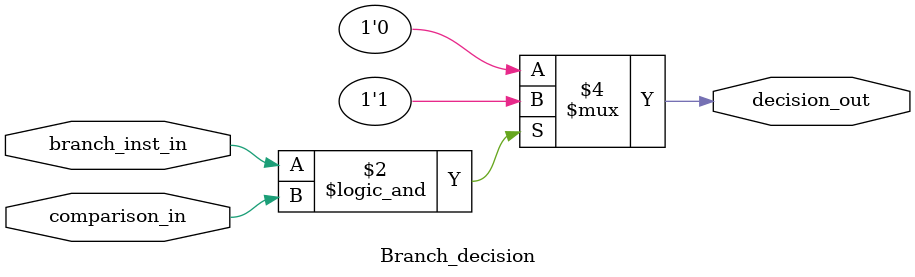
<source format=v>
module Branch_decision 
(
  branch_inst_in, 
  comparison_in,
  decision_out
);

input branch_inst_in;
input comparison_in;
output reg decision_out;

always @(branch_inst_in or comparison_in) begin
    if (branch_inst_in && comparison_in) begin
        decision_out = 1'b1;                        //1 if branch is taken
    end
    else begin
         decision_out = 1'b0;
    end
end

endmodule

</source>
